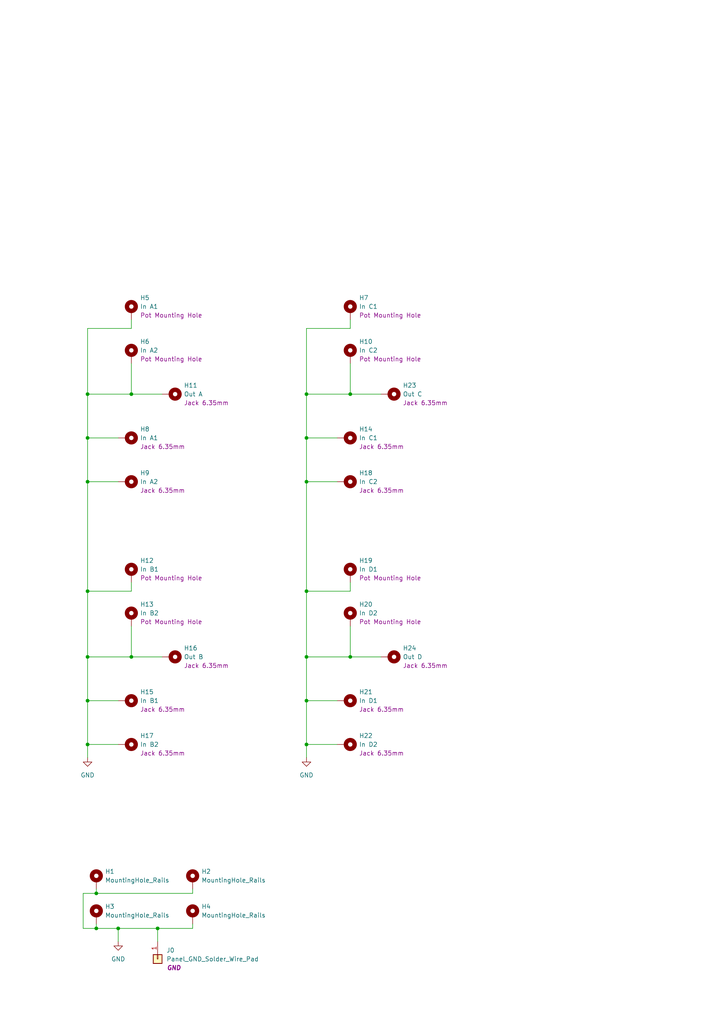
<source format=kicad_sch>
(kicad_sch (version 20250114) (generator "eeschema") (generator_version "9.0")
  (paper "A4" portrait)
  (title_block (title "Kosmo Format Front Panel - 5 cm") (company "DMH Instruments"))
  (lib_symbols
    (symbol "SynthStuff:MountingHole_Jack6.35mm_v2" (pin_numbers (hide yes)) (pin_names (offset 1.016) (hide yes)) (exclude_from_sim yes) (in_bom no)
      (property "Reference" "H" (at 0 5.08 0))
      (property "Value" "SIGNAL NAME" (at 0 3.175 0))
      (property "Description" "Jack 6.35mm" (at 0 -3.048 0))
      (symbol "MountingHole_Jack6.35mm_v2_0_1"
        (circle (center 0 0) (radius 1.27) (stroke (width 1.27)))
      )
      (symbol "MountingHole_Jack6.35mm_v2_1_1"
        (pin input line (at -3.81 0 0) (length 2.54) (name "1") (number "1"))
      )
    )
    (symbol "SynthStuff:MountingHole_Pot" (pin_numbers (hide yes)) (pin_names (offset 1.016) (hide yes)) (exclude_from_sim yes)
      (property "Reference" "H" (at 0 6.35 0))
      (property "Value" "Function" (at 0 4.445 0))
      (property "Description" "Pot Mounting Hole" (at 0 0 0))
      (symbol "MountingHole_Pot_0_1"
        (circle (center 0 1.27) (radius 1.27) (stroke (width 1.27)))
      )
      (symbol "MountingHole_Pot_1_1"
        (pin input line (at 0 -2.54 90) (length 2.54) (name "1") (number "1"))
      )
    )
    (symbol "SynthStuff:MountingHole_Rails" (pin_numbers (hide yes)) (pin_names (offset 1.016) (hide yes)) (exclude_from_sim yes) (in_bom no)
      (property "Reference" "H" (at 0 6.35 0))
      (property "Value" "MountingHole_Rails" (at 0 4.445 0))
      (symbol "MountingHole_Rails_0_1"
        (circle (center 0 1.27) (radius 1.27) (stroke (width 1.27)))
      )
      (symbol "MountingHole_Rails_1_1"
        (pin input line (at 0 -2.54 90) (length 2.54) (name "1") (number "1"))
      )
    )
    (symbol "SynthStuff:Panel_GND_Solder_Wire_Pad" (pin_names (offset 1.016) (hide yes)) (in_bom no)
      (property "Reference" "J" (at 0 2.54 0))
      (property "Value" "Panel_GND_Solder_Wire_Pad" (at 0 -5.08 0))
      (property "Function" "Panel GND" (at 0 -2.794 0))
      (symbol "Panel_GND_Solder_Wire_Pad_1_1"
        (rectangle (start -1.27 1.27) (end 1.27 -1.27) (stroke (width 0.254)) (fill (type background)))
        (rectangle (start -1.27 0.127) (end 0 -0.127) (stroke (width 0.1524)))
        (pin power_out line (at -5.08 0 0) (length 3.81) (name "Pin_1") (number "1"))
      )
    )
    (symbol "power:GND" (power) (pin_numbers (hide yes)) (pin_names (offset 0) (hide yes))
      (property "Value" "GND" (at 0 -3.81 0))
      (symbol "GND_0_1"
        (polyline (pts (xy 0 0) (xy 0 -1.27) (xy 1.27 -1.27) (xy 0 -2.54) (xy -1.27 -1.27) (xy 0 -1.27)))
      )
      (symbol "GND_1_1"
        (pin power_in line (at 0 0 270) (length 0) (name "~") (number "1"))
      )
    )
  )
  (junction (at 88.9 203.2))
  (junction (at 38.1 114.3))
  (junction (at 34.29 269.24))
  (junction (at 25.4 139.7))
  (junction (at 25.4 203.2))
  (junction (at 88.9 139.7))
  (junction (at 38.1 190.5))
  (junction (at 45.72 269.24))
  (junction (at 88.9 127))
  (junction (at 88.9 215.9))
  (junction (at 101.6 190.5))
  (junction (at 101.6 114.3))
  (junction (at 88.9 114.3))
  (junction (at 27.94 269.24))
  (junction (at 88.9 171.45))
  (junction (at 25.4 215.9))
  (junction (at 25.4 171.45))
  (junction (at 27.94 259.08))
  (junction (at 25.4 190.5))
  (junction (at 25.4 127))
  (junction (at 88.9 190.5))
  (junction (at 25.4 114.3))
  (wire (pts (xy 25.4 215.9) (xy 25.4 203.2)))
  (wire (pts (xy 88.9 127) (xy 88.9 114.3)))
  (wire (pts (xy 97.79 215.9) (xy 88.9 215.9)))
  (wire (pts (xy 55.88 267.97) (xy 55.88 269.24)))
  (wire (pts (xy 88.9 95.25) (xy 88.9 114.3)))
  (wire (pts (xy 38.1 114.3) (xy 46.99 114.3)))
  (wire (pts (xy 101.6 190.5) (xy 110.49 190.5)))
  (wire (pts (xy 34.29 139.7) (xy 25.4 139.7)))
  (wire (pts (xy 25.4 215.9) (xy 25.4 219.71)))
  (wire (pts (xy 27.94 259.08) (xy 55.88 259.08)))
  (wire (pts (xy 27.94 269.24) (xy 27.94 267.97)))
  (wire (pts (xy 101.6 95.25) (xy 88.9 95.25)))
  (wire (pts (xy 101.6 181.61) (xy 101.6 190.5)))
  (wire (pts (xy 25.4 203.2) (xy 25.4 190.5)))
  (wire (pts (xy 24.13 269.24) (xy 27.94 269.24)))
  (wire (pts (xy 101.6 114.3) (xy 110.49 114.3)))
  (wire (pts (xy 88.9 171.45) (xy 88.9 190.5)))
  (wire (pts (xy 38.1 168.91) (xy 38.1 171.45)))
  (wire (pts (xy 25.4 95.25) (xy 25.4 114.3)))
  (wire (pts (xy 88.9 114.3) (xy 101.6 114.3)))
  (wire (pts (xy 38.1 181.61) (xy 38.1 190.5)))
  (wire (pts (xy 38.1 190.5) (xy 46.99 190.5)))
  (wire (pts (xy 34.29 215.9) (xy 25.4 215.9)))
  (wire (pts (xy 45.72 269.24) (xy 45.72 273.05)))
  (wire (pts (xy 34.29 269.24) (xy 34.29 273.05)))
  (wire (pts (xy 101.6 171.45) (xy 88.9 171.45)))
  (wire (pts (xy 101.6 105.41) (xy 101.6 114.3)))
  (wire (pts (xy 25.4 190.5) (xy 38.1 190.5)))
  (wire (pts (xy 38.1 105.41) (xy 38.1 114.3)))
  (wire (pts (xy 24.13 259.08) (xy 24.13 269.24)))
  (wire (pts (xy 38.1 95.25) (xy 25.4 95.25)))
  (wire (pts (xy 55.88 257.81) (xy 55.88 259.08)))
  (wire (pts (xy 25.4 114.3) (xy 38.1 114.3)))
  (wire (pts (xy 45.72 269.24) (xy 34.29 269.24)))
  (wire (pts (xy 97.79 203.2) (xy 88.9 203.2)))
  (wire (pts (xy 88.9 127) (xy 97.79 127)))
  (wire (pts (xy 101.6 92.71) (xy 101.6 95.25)))
  (wire (pts (xy 27.94 259.08) (xy 24.13 259.08)))
  (wire (pts (xy 34.29 203.2) (xy 25.4 203.2)))
  (wire (pts (xy 27.94 259.08) (xy 27.94 257.81)))
  (wire (pts (xy 38.1 171.45) (xy 25.4 171.45)))
  (wire (pts (xy 88.9 215.9) (xy 88.9 203.2)))
  (wire (pts (xy 88.9 139.7) (xy 88.9 171.45)))
  (wire (pts (xy 25.4 139.7) (xy 25.4 171.45)))
  (wire (pts (xy 25.4 139.7) (xy 25.4 127)))
  (wire (pts (xy 88.9 203.2) (xy 88.9 190.5)))
  (wire (pts (xy 88.9 190.5) (xy 101.6 190.5)))
  (wire (pts (xy 38.1 92.71) (xy 38.1 95.25)))
  (wire (pts (xy 25.4 127) (xy 25.4 114.3)))
  (wire (pts (xy 25.4 127) (xy 34.29 127)))
  (wire (pts (xy 101.6 168.91) (xy 101.6 171.45)))
  (wire (pts (xy 25.4 171.45) (xy 25.4 190.5)))
  (wire (pts (xy 55.88 269.24) (xy 45.72 269.24)))
  (wire (pts (xy 34.29 269.24) (xy 27.94 269.24)))
  (wire (pts (xy 97.79 139.7) (xy 88.9 139.7)))
  (wire (pts (xy 88.9 139.7) (xy 88.9 127)))
  (wire (pts (xy 88.9 215.9) (xy 88.9 219.71)))
  (symbol (lib_id "SynthStuff:MountingHole_Rails") (at 55.88 255.27 0) (unit 1) (in_bom no)
    (property "Reference" "H2" (at 58.42 252.7299 0) (effects (justify left)))
    (property "Value" "MountingHole_Rails" (at 58.42 255.2699 0) (effects (justify left)))
    (property "Footprint" "SynthStuff:MountingHole_Rails" (effects (hide yes)))
    (property "Description" "Mounting Hole with connection" (effects (hide yes)))
  )
  (symbol (lib_id "SynthStuff:MountingHole_Pot") (at 101.6 90.17 0) (unit 1)
    (property "Reference" "H7" (at 104.14 86.3599 0) (effects (justify left)))
    (property "Value" "In C1" (at 104.14 88.8999 0) (effects (justify left)))
    (property "Footprint" "SynthStuff:Pot_Cutout_Tiny_attv_P110KH1" (effects (hide yes)))
    (property "Description" "Pot Mounting Hole" (at 104.14 91.4399 0) (effects (justify left)))
  )
  (symbol (lib_id "SynthStuff:MountingHole_Jack6.35mm_v2") (at 38.1 215.9 0) (unit 1) (in_bom no)
    (property "Reference" "H17" (at 40.64 213.3599 0) (effects (justify left)))
    (property "Value" "In B2" (at 40.64 215.8999 0) (effects (justify left)))
    (property "Footprint" "SynthStuff:Jack_6.35mm_Cutout_v3" (effects (hide yes)))
    (property "Description" "Jack 6.35mm" (at 40.64 218.4399 0) (effects (justify left)))
  )
  (symbol (lib_id "SynthStuff:MountingHole_Jack6.35mm_v2") (at 101.6 139.7 0) (unit 1) (in_bom no)
    (property "Reference" "H18" (at 104.14 137.1599 0) (effects (justify left)))
    (property "Value" "In C2" (at 104.14 139.6999 0) (effects (justify left)))
    (property "Footprint" "SynthStuff:Jack_6.35mm_Cutout_v3" (effects (hide yes)))
    (property "Description" "Jack 6.35mm" (at 104.14 142.2399 0) (effects (justify left)))
  )
  (symbol (lib_id "SynthStuff:MountingHole_Pot") (at 38.1 90.17 0) (unit 1)
    (property "Reference" "H5" (at 40.64 86.3599 0) (effects (justify left)))
    (property "Value" "In A1" (at 40.64 88.8999 0) (effects (justify left)))
    (property "Footprint" "SynthStuff:Pot_Cutout_Tiny_attv_P110KH1" (effects (hide yes)))
    (property "Description" "Pot Mounting Hole" (at 40.64 91.4399 0) (effects (justify left)))
  )
  (symbol (lib_id "power:GND") (at 88.9 219.71 0) (unit 1)
    (property "Reference" "#PWR03" (effects (hide yes)))
    (property "Value" "GND" (at 88.9 224.79 0))
    (property "Description" "Power symbol creates a global label with name \"GND\" , ground" (effects (hide yes)))
  )
  (symbol (lib_id "SynthStuff:MountingHole_Jack6.35mm_v2") (at 114.3 190.5 0) (unit 1) (in_bom no)
    (property "Reference" "H24" (at 116.84 187.9599 0) (effects (justify left)))
    (property "Value" "Out D" (at 116.84 190.4999 0) (effects (justify left)))
    (property "Footprint" "SynthStuff:Jack_6.35mm_Cutout_Output_v6" (effects (hide yes)))
    (property "Description" "Jack 6.35mm" (at 116.84 193.0399 0) (effects (justify left)))
  )
  (symbol (lib_id "SynthStuff:MountingHole_Jack6.35mm_v2") (at 38.1 127 0) (unit 1) (in_bom no)
    (property "Reference" "H8" (at 40.64 124.4599 0) (effects (justify left)))
    (property "Value" "In A1" (at 40.64 126.9999 0) (effects (justify left)))
    (property "Footprint" "SynthStuff:Jack_6.35mm_Cutout_v3" (effects (hide yes)))
    (property "Description" "Jack 6.35mm" (at 40.64 129.5399 0) (effects (justify left)))
  )
  (symbol (lib_id "SynthStuff:MountingHole_Pot") (at 101.6 179.07 0) (unit 1)
    (property "Reference" "H20" (at 104.14 175.2599 0) (effects (justify left)))
    (property "Value" "In D2" (at 104.14 177.7999 0) (effects (justify left)))
    (property "Footprint" "SynthStuff:Pot_Cutout_Tiny_attv_P110KH1" (effects (hide yes)))
    (property "Description" "Pot Mounting Hole" (at 104.14 180.3399 0) (effects (justify left)))
  )
  (symbol (lib_id "SynthStuff:MountingHole_Jack6.35mm_v2") (at 114.3 114.3 0) (unit 1) (in_bom no)
    (property "Reference" "H23" (at 116.84 111.7599 0) (effects (justify left)))
    (property "Value" "Out C" (at 116.84 114.2999 0) (effects (justify left)))
    (property "Footprint" "SynthStuff:Jack_6.35mm_Cutout_Output_v6" (effects (hide yes)))
    (property "Description" "Jack 6.35mm" (at 116.84 116.8399 0) (effects (justify left)))
  )
  (symbol (lib_id "power:GND") (at 34.29 273.05 0) (unit 1)
    (property "Reference" "#PWR01" (effects (hide yes)))
    (property "Value" "GND" (at 34.29 278.13 0))
    (property "Description" "Power symbol creates a global label with name \"GND\" , ground" (effects (hide yes)))
  )
  (symbol (lib_id "SynthStuff:MountingHole_Jack6.35mm_v2") (at 38.1 139.7 0) (unit 1) (in_bom no)
    (property "Reference" "H9" (at 40.64 137.1599 0) (effects (justify left)))
    (property "Value" "In A2" (at 40.64 139.6999 0) (effects (justify left)))
    (property "Footprint" "SynthStuff:Jack_6.35mm_Cutout_v3" (effects (hide yes)))
    (property "Description" "Jack 6.35mm" (at 40.64 142.2399 0) (effects (justify left)))
  )
  (symbol (lib_id "SynthStuff:MountingHole_Pot") (at 101.6 166.37 0) (unit 1)
    (property "Reference" "H19" (at 104.14 162.5599 0) (effects (justify left)))
    (property "Value" "In D1" (at 104.14 165.0999 0) (effects (justify left)))
    (property "Footprint" "SynthStuff:Pot_Cutout_Tiny_attv_P110KH1" (effects (hide yes)))
    (property "Description" "Pot Mounting Hole" (at 104.14 167.6399 0) (effects (justify left)))
  )
  (symbol (lib_id "SynthStuff:MountingHole_Jack6.35mm_v2") (at 101.6 127 0) (unit 1) (in_bom no)
    (property "Reference" "H14" (at 104.14 124.4599 0) (effects (justify left)))
    (property "Value" "In C1" (at 104.14 126.9999 0) (effects (justify left)))
    (property "Footprint" "SynthStuff:Jack_6.35mm_Cutout_v3" (effects (hide yes)))
    (property "Description" "Jack 6.35mm" (at 104.14 129.5399 0) (effects (justify left)))
  )
  (symbol (lib_id "SynthStuff:MountingHole_Pot") (at 101.6 102.87 0) (unit 1)
    (property "Reference" "H10" (at 104.14 99.0599 0) (effects (justify left)))
    (property "Value" "In C2" (at 104.14 101.5999 0) (effects (justify left)))
    (property "Footprint" "SynthStuff:Pot_Cutout_Tiny_attv_P110KH1" (effects (hide yes)))
    (property "Description" "Pot Mounting Hole" (at 104.14 104.1399 0) (effects (justify left)))
  )
  (symbol (lib_id "SynthStuff:MountingHole_Jack6.35mm_v2") (at 38.1 203.2 0) (unit 1) (in_bom no)
    (property "Reference" "H15" (at 40.64 200.6599 0) (effects (justify left)))
    (property "Value" "In B1" (at 40.64 203.1999 0) (effects (justify left)))
    (property "Footprint" "SynthStuff:Jack_6.35mm_Cutout_v3" (effects (hide yes)))
    (property "Description" "Jack 6.35mm" (at 40.64 205.7399 0) (effects (justify left)))
  )
  (symbol (lib_id "power:GND") (at 25.4 219.71 0) (unit 1)
    (property "Reference" "#PWR02" (effects (hide yes)))
    (property "Value" "GND" (at 25.4 224.79 0))
    (property "Description" "Power symbol creates a global label with name \"GND\" , ground" (effects (hide yes)))
  )
  (symbol (lib_id "SynthStuff:MountingHole_Jack6.35mm_v2") (at 101.6 215.9 0) (unit 1) (in_bom no)
    (property "Reference" "H22" (at 104.14 213.3599 0) (effects (justify left)))
    (property "Value" "In D2" (at 104.14 215.8999 0) (effects (justify left)))
    (property "Footprint" "SynthStuff:Jack_6.35mm_Cutout_v3" (effects (hide yes)))
    (property "Description" "Jack 6.35mm" (at 104.14 218.4399 0) (effects (justify left)))
  )
  (symbol (lib_id "SynthStuff:MountingHole_Jack6.35mm_v2") (at 101.6 203.2 0) (unit 1) (in_bom no)
    (property "Reference" "H21" (at 104.14 200.6599 0) (effects (justify left)))
    (property "Value" "In D1" (at 104.14 203.1999 0) (effects (justify left)))
    (property "Footprint" "SynthStuff:Jack_6.35mm_Cutout_v3" (effects (hide yes)))
    (property "Description" "Jack 6.35mm" (at 104.14 205.7399 0) (effects (justify left)))
  )
  (symbol (lib_id "SynthStuff:MountingHole_Rails") (at 27.94 265.43 0) (unit 1) (in_bom no)
    (property "Reference" "H3" (at 30.48 262.8899 0) (effects (justify left)))
    (property "Value" "MountingHole_Rails" (at 30.48 265.4299 0) (effects (justify left)))
    (property "Footprint" "SynthStuff:MountingHole_Rails" (effects (hide yes)))
    (property "Description" "Mounting Hole with connection" (effects (hide yes)))
  )
  (symbol (lib_id "SynthStuff:MountingHole_Jack6.35mm_v2") (at 50.8 114.3 0) (unit 1) (in_bom no)
    (property "Reference" "H11" (at 53.34 111.7599 0) (effects (justify left)))
    (property "Value" "Out A" (at 53.34 114.2999 0) (effects (justify left)))
    (property "Footprint" "SynthStuff:Jack_6.35mm_Cutout_Output_v6" (effects (hide yes)))
    (property "Description" "Jack 6.35mm" (at 53.34 116.8399 0) (effects (justify left)))
  )
  (symbol (lib_id "SynthStuff:MountingHole_Pot") (at 38.1 102.87 0) (unit 1)
    (property "Reference" "H6" (at 40.64 99.0599 0) (effects (justify left)))
    (property "Value" "In A2" (at 40.64 101.5999 0) (effects (justify left)))
    (property "Footprint" "SynthStuff:Pot_Cutout_Tiny_attv_P110KH1" (effects (hide yes)))
    (property "Description" "Pot Mounting Hole" (at 40.64 104.1399 0) (effects (justify left)))
  )
  (symbol (lib_id "SynthStuff:MountingHole_Pot") (at 38.1 179.07 0) (unit 1)
    (property "Reference" "H13" (at 40.64 175.2599 0) (effects (justify left)))
    (property "Value" "In B2" (at 40.64 177.7999 0) (effects (justify left)))
    (property "Footprint" "SynthStuff:Pot_Cutout_Tiny_attv_P110KH1" (effects (hide yes)))
    (property "Description" "Pot Mounting Hole" (at 40.64 180.3399 0) (effects (justify left)))
  )
  (symbol (lib_id "SynthStuff:MountingHole_Rails") (at 55.88 265.43 0) (unit 1) (in_bom no)
    (property "Reference" "H4" (at 58.42 262.8899 0) (effects (justify left)))
    (property "Value" "MountingHole_Rails" (at 58.42 265.4299 0) (effects (justify left)))
    (property "Footprint" "SynthStuff:MountingHole_Rails" (effects (hide yes)))
    (property "Description" "Mounting Hole with connection" (effects (hide yes)))
  )
  (symbol (lib_id "SynthStuff:Panel_GND_Solder_Wire_Pad") (at 45.72 278.13 270) (unit 1) (in_bom no)
    (property "Reference" "J0" (at 48.26 275.5899 90) (effects (justify left)))
    (property "Value" "Panel_GND_Solder_Wire_Pad" (at 48.26 278.1299 90) (effects (justify left)))
    (property "Footprint" "SynthStuff:Panel_GND_SolderWirePad_5x10mm" (effects (hide yes)))
    (property "Description" "Solder pad to allow connection between PCB and Front Panel" (effects (hide yes)))
    (property "Function" "GND" (at 48.26 280.67 90) (effects (font (thickness 0.254) (bold yes) (italic yes)) (justify left)))
  )
  (symbol (lib_id "SynthStuff:MountingHole_Pot") (at 38.1 166.37 0) (unit 1)
    (property "Reference" "H12" (at 40.64 162.5599 0) (effects (justify left)))
    (property "Value" "In B1" (at 40.64 165.0999 0) (effects (justify left)))
    (property "Footprint" "SynthStuff:Pot_Cutout_Tiny_attv_P110KH1" (effects (hide yes)))
    (property "Description" "Pot Mounting Hole" (at 40.64 167.6399 0) (effects (justify left)))
  )
  (symbol (lib_id "SynthStuff:MountingHole_Jack6.35mm_v2") (at 50.8 190.5 0) (unit 1) (in_bom no)
    (property "Reference" "H16" (at 53.34 187.9599 0) (effects (justify left)))
    (property "Value" "Out B" (at 53.34 190.4999 0) (effects (justify left)))
    (property "Footprint" "SynthStuff:Jack_6.35mm_Cutout_Output_v6" (effects (hide yes)))
    (property "Description" "Jack 6.35mm" (at 53.34 193.0399 0) (effects (justify left)))
  )
  (symbol (lib_id "SynthStuff:MountingHole_Rails") (at 27.94 255.27 0) (unit 1) (in_bom no)
    (property "Reference" "H1" (at 30.48 252.7299 0) (effects (justify left)))
    (property "Value" "MountingHole_Rails" (at 30.48 255.2699 0) (effects (justify left)))
    (property "Footprint" "SynthStuff:MountingHole_Rails" (effects (hide yes)))
    (property "Description" "Mounting Hole with connection" (effects (hide yes)))
  )
)
</source>
